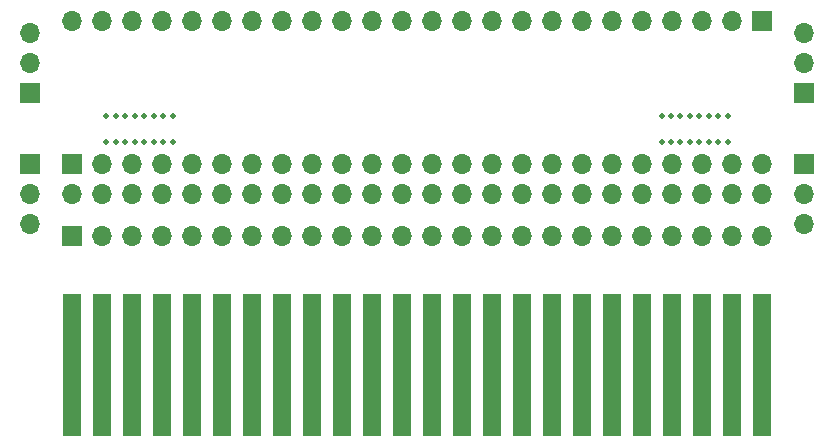
<source format=gts>
%TF.GenerationSoftware,KiCad,Pcbnew,5.1.10-88a1d61d58~88~ubuntu20.04.1*%
%TF.CreationDate,2021-06-23T17:02:21-05:00*%
%TF.ProjectId,nes-expansion-port,6e65732d-6578-4706-916e-73696f6e2d70,rev?*%
%TF.SameCoordinates,Original*%
%TF.FileFunction,Soldermask,Top*%
%TF.FilePolarity,Negative*%
%FSLAX46Y46*%
G04 Gerber Fmt 4.6, Leading zero omitted, Abs format (unit mm)*
G04 Created by KiCad (PCBNEW 5.1.10-88a1d61d58~88~ubuntu20.04.1) date 2021-06-23 17:02:21*
%MOMM*%
%LPD*%
G01*
G04 APERTURE LIST*
%ADD10C,0.500000*%
%ADD11O,1.700000X1.700000*%
%ADD12R,1.700000X1.700000*%
%ADD13R,1.524000X12.000000*%
G04 APERTURE END LIST*
D10*
X160422000Y-58266000D03*
X159622000Y-58266000D03*
X158822000Y-58266000D03*
X158022000Y-58266000D03*
X157222000Y-58266000D03*
X156422000Y-58266000D03*
X155622000Y-58266000D03*
X154822000Y-58266000D03*
X154822000Y-56066000D03*
X155622000Y-56066000D03*
X156422000Y-56066000D03*
X157222000Y-56066000D03*
X160422000Y-56066000D03*
X159622000Y-56066000D03*
X158822000Y-56066000D03*
X158022000Y-56066000D03*
X107822000Y-56066000D03*
X108622000Y-56066000D03*
X109422000Y-56066000D03*
X110222000Y-56066000D03*
X111022000Y-56066000D03*
X111822000Y-56066000D03*
X112622000Y-56066000D03*
X113422000Y-56066000D03*
X113422000Y-58266000D03*
X112622000Y-58266000D03*
X111822000Y-58266000D03*
X111022000Y-58266000D03*
X107822000Y-58266000D03*
X108622000Y-58266000D03*
X109422000Y-58266000D03*
X110222000Y-58266000D03*
D11*
X104902000Y-48036000D03*
X107442000Y-48036000D03*
X109982000Y-48036000D03*
X112522000Y-48036000D03*
X115062000Y-48036000D03*
X117602000Y-48036000D03*
X120142000Y-48036000D03*
X122682000Y-48036000D03*
X125222000Y-48036000D03*
X127762000Y-48036000D03*
X130302000Y-48036000D03*
X132842000Y-48036000D03*
X135382000Y-48036000D03*
X137922000Y-48036000D03*
X140462000Y-48036000D03*
X143002000Y-48036000D03*
X145542000Y-48036000D03*
X148082000Y-48036000D03*
X150622000Y-48036000D03*
X153162000Y-48036000D03*
X155702000Y-48036000D03*
X158242000Y-48036000D03*
X160782000Y-48036000D03*
D12*
X163322000Y-48036000D03*
X101346000Y-54132000D03*
D11*
X101346000Y-51592000D03*
X101346000Y-49052000D03*
D12*
X166878000Y-54132000D03*
D11*
X166878000Y-51592000D03*
X166878000Y-49052000D03*
X101346000Y-65278000D03*
X101346000Y-62738000D03*
D12*
X101346000Y-60198000D03*
D11*
X166878000Y-65278000D03*
X166878000Y-62738000D03*
D12*
X166878000Y-60198000D03*
D11*
X163322000Y-66294000D03*
X160782000Y-66294000D03*
X158242000Y-66294000D03*
X155702000Y-66294000D03*
X153162000Y-66294000D03*
X150622000Y-66294000D03*
X148082000Y-66294000D03*
X145542000Y-66294000D03*
X143002000Y-66294000D03*
X140462000Y-66294000D03*
X137922000Y-66294000D03*
X135382000Y-66294000D03*
X132842000Y-66294000D03*
X130302000Y-66294000D03*
X127762000Y-66294000D03*
X125222000Y-66294000D03*
X122682000Y-66294000D03*
X120142000Y-66294000D03*
X117602000Y-66294000D03*
X115062000Y-66294000D03*
X112522000Y-66294000D03*
X109982000Y-66294000D03*
X107442000Y-66294000D03*
D12*
X104902000Y-66294000D03*
D13*
X104902000Y-77216000D03*
X107442000Y-77216000D03*
X109982000Y-77216000D03*
X112522000Y-77216000D03*
X115062000Y-77216000D03*
X117602000Y-77216000D03*
X120142000Y-77216000D03*
X122682000Y-77216000D03*
X125222000Y-77216000D03*
X127762000Y-77216000D03*
X130302000Y-77216000D03*
X132842000Y-77216000D03*
X135382000Y-77216000D03*
X137922000Y-77216000D03*
X140462000Y-77216000D03*
X143002000Y-77216000D03*
X145542000Y-77216000D03*
X148082000Y-77216000D03*
X150622000Y-77216000D03*
X153162000Y-77216000D03*
X155702000Y-77216000D03*
X158242000Y-77216000D03*
X160782000Y-77216000D03*
X163322000Y-77216000D03*
D12*
X104902000Y-60198000D03*
D11*
X104902000Y-62738000D03*
X107442000Y-60198000D03*
X107442000Y-62738000D03*
X109982000Y-60198000D03*
X109982000Y-62738000D03*
X112522000Y-60198000D03*
X112522000Y-62738000D03*
X115062000Y-60198000D03*
X115062000Y-62738000D03*
X117602000Y-60198000D03*
X117602000Y-62738000D03*
X120142000Y-60198000D03*
X120142000Y-62738000D03*
X122682000Y-60198000D03*
X122682000Y-62738000D03*
X125222000Y-60198000D03*
X125222000Y-62738000D03*
X127762000Y-60198000D03*
X127762000Y-62738000D03*
X130302000Y-60198000D03*
X130302000Y-62738000D03*
X132842000Y-60198000D03*
X132842000Y-62738000D03*
X135382000Y-60198000D03*
X135382000Y-62738000D03*
X137922000Y-60198000D03*
X137922000Y-62738000D03*
X140462000Y-60198000D03*
X140462000Y-62738000D03*
X143002000Y-60198000D03*
X143002000Y-62738000D03*
X145542000Y-60198000D03*
X145542000Y-62738000D03*
X148082000Y-60198000D03*
X148082000Y-62738000D03*
X150622000Y-60198000D03*
X150622000Y-62738000D03*
X153162000Y-60198000D03*
X153162000Y-62738000D03*
X155702000Y-60198000D03*
X155702000Y-62738000D03*
X158242000Y-60198000D03*
X158242000Y-62738000D03*
X160782000Y-60198000D03*
X160782000Y-62738000D03*
X163322000Y-60198000D03*
X163322000Y-62738000D03*
M02*

</source>
